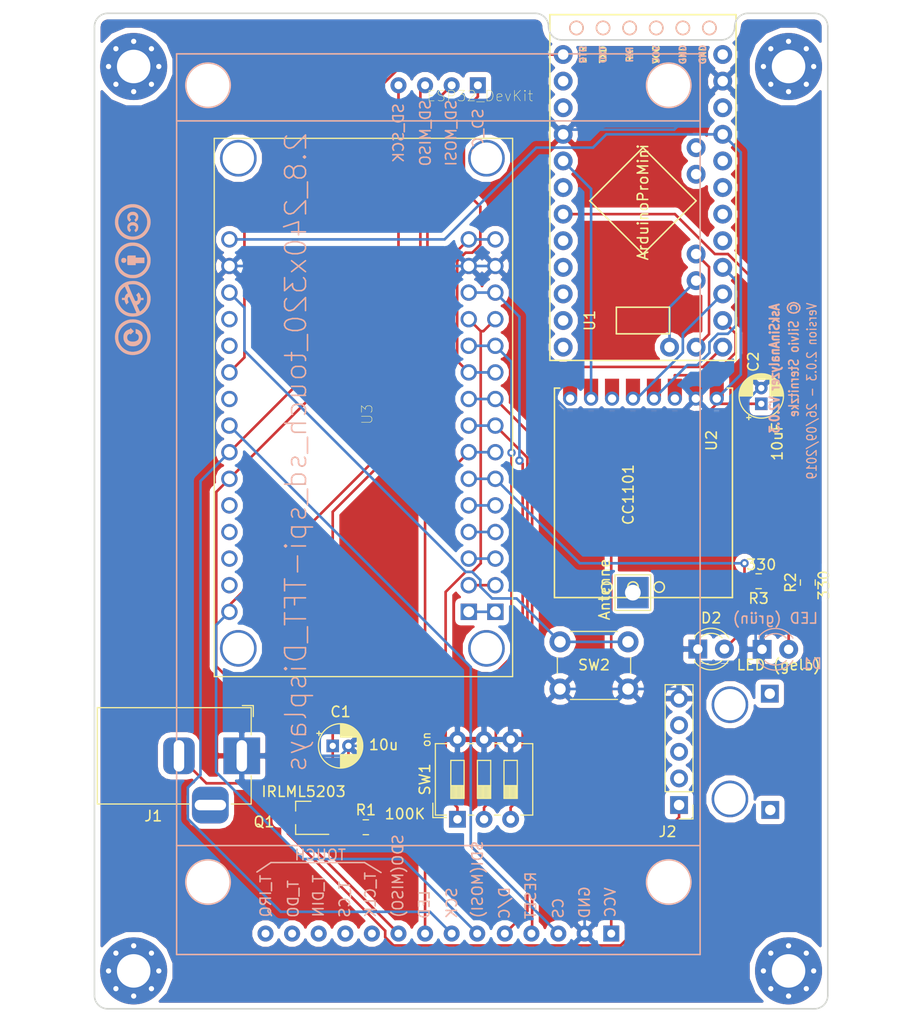
<source format=kicad_pcb>
(kicad_pcb (version 20171130) (host pcbnew "(5.0.2)-1")
  (title_block (title AskSinAnalyzer) (date 2019-09-13) (rev V2.0.1) (comment 1 "© Silvio Sternitzke") (comment 3 https://github.com/jp112sdl/AskSinAnalyzer) (comment 4 "nach Vorlage von jp112sdl"))
  (layers (0 F.Cu signal) (31 B.Cu signal) (34 B.Paste user) (35 F.Paste user) (36 B.SilkS user) (37 F.SilkS user) (38 B.Mask user) (39 F.Mask user) (44 Edge.Cuts user))
  (net 0 "")
  (net 1 +3V3)
  (net 2 GND)
  (net 3 "Net-(D1-Pad2)")
  (net 4 /MOSI)
  (net 5 /MISO)
  (net 6 "Net-(U1-Pad28)")
  (net 7 "Net-(U1-Pad27)")
  (net 8 /SS)
  (net 9 /D2)
  (net 10 +5V)
  (net 11 "Net-(U1-Pad10)")
  (net 12 "Net-(U1-Pad18)")
  (net 13 "Net-(U1-Pad25)")
  (net 14 "Net-(U1-Pad26)")
  (net 15 "Net-(D2-Pad2)")
  (net 16 "Net-(J1-Pad2)")
  (net 17 "Net-(Q1-Pad1)")
  (net 18 "Net-(R2-Pad1)")
  (net 19 "Net-(R3-Pad2)")
  (net 20 /SW1_1)
  (net 21 /SW1_2)
  (net 22 /SW1_3)
  (net 23 SW2)
  (net 24 "Net-(U1-Pad5)")
  (net 25 "Net-(U1-Pad6)")
  (net 26 "Net-(U1-Pad7)")
  (net 27 "Net-(U1-Pad8)")
  (net 28 "Net-(U1-Pad12)")
  (net 29 /TXD)
  (net 30 "Net-(U1-Pad14)")
  (net 31 "Net-(U1-Pad15)")
  (net 32 "Net-(U1-Pad20)")
  (net 33 "Net-(U1-Pad21)")
  (net 34 "Net-(U1-Pad22)")
  (net 35 "Net-(U1-Pad23)")
  (net 36 "Net-(U1-Pad24)")
  (net 37 "Net-(U3-Pad1)")
  (net 38 "Net-(U3-Pad2)")
  (net 39 "Net-(U3-Pad3)")
  (net 40 "Net-(U3-Pad4)")
  (net 41 "Net-(U3-Pad5)")
  (net 42 LED)
  (net 43 DC)
  (net 44 RS)
  (net 45 SD_CS)
  (net 46 "Net-(U3-Pad17)")
  (net 47 "Net-(U3-Pad18)")
  (net 48 "Net-(U3-Pad20)")
  (net 49 CS)
  (net 50 "Net-(U3-Pad24)")
  (net 51 "Net-(U3-Pad26)")
  (net 52 "Net-(U3-Pad27)")
  (net 53 "Net-(U4-Pad10)")
  (net 54 "Net-(U4-Pad11)")
  (net 55 "Net-(U4-Pad12)")
  (net 56 "Net-(U4-Pad13)")
  (net 57 "Net-(U4-Pad14)")
  (net 58 "Net-(J2-Pad2)")
  (net 59 "Net-(J2-Pad3)")
  (net 60 "Net-(J2-Pad4)")
  (net 61 /SCK)
  (net 62 D_SDA)
  (net 63 D_SDO)
  (net 64 D_SCK)
  (net 65 "Net-(U2-Pad6)")
  (module Homebrew:MODULE_ESP32-DEVKITC-32D_dual (layer F.Cu) (at 136.29 86.99 180)
    (fp_text reference U3 (at -0.05 -2.1 270) (layer F.SilkS) (effects (font (size 1.00039 1.00039) (thickness 0.05))))
    (fp_text value ESP32_DevKit (at -10.8363 28.2945 180) (layer F.SilkS) (effects (font (size 1.00105 1.00105) (thickness 0.05))))
    (pad 1 thru_hole rect (at -12.3 -20.96 180) (size 1.56 1.56) (drill 1.04) (layers *.Cu *.Mask) (net 37 "Net-(U3-Pad1)"))
    (pad 2 thru_hole circle (at -12.3 -18.42 180) (size 1.56 1.56) (drill 1.04) (layers *.Cu *.Mask) (net 38 "Net-(U3-Pad2)"))
    (pad 3 thru_hole circle (at -12.3 -15.88 180) (size 1.56 1.56) (drill 1.04) (layers *.Cu *.Mask) (net 39 "Net-(U3-Pad3)"))
    (pad 4 thru_hole circle (at -12.3 -13.34 180) (size 1.56 1.56) (drill 1.04) (layers *.Cu *.Mask) (net 40 "Net-(U3-Pad4)"))
    (pad 5 thru_hole circle (at -12.3 -10.8 180) (size 1.56 1.56) (drill 1.04) (layers *.Cu *.Mask) (net 41 "Net-(U3-Pad5)"))
    (pad 6 thru_hole circle (at -12.3 -8.26 180) (size 1.56 1.56) (drill 1.04) (layers *.Cu *.Mask) (net 19 "Net-(R3-Pad2)"))
    (pad 7 thru_hole circle (at -12.3 -5.72 180) (size 1.56 1.56) (drill 1.04) (layers *.Cu *.Mask) (net 42 LED))
    (pad 8 thru_hole circle (at -12.3 -3.18 180) (size 1.56 1.56) (drill 1.04) (layers *.Cu *.Mask) (net 43 DC))
    (pad 9 thru_hole circle (at -12.3 -0.64 180) (size 1.56 1.56) (drill 1.04) (layers *.Cu *.Mask) (net 44 RS))
    (pad 10 thru_hole circle (at -12.3 1.9 180) (size 1.56 1.56) (drill 1.04) (layers *.Cu *.Mask) (net 45 SD_CS))
    (pad 11 thru_hole circle (at -12.3 4.44 180) (size 1.56 1.56) (drill 1.04) (layers *.Cu *.Mask) (net 21 /SW1_2))
    (pad 12 thru_hole circle (at -12.3 6.98 180) (size 1.56 1.56) (drill 1.04) (layers *.Cu *.Mask) (net 20 /SW1_1))
    (pad 13 thru_hole circle (at -12.3 9.52 180) (size 1.56 1.56) (drill 1.04) (layers *.Cu *.Mask) (net 22 /SW1_3))
    (pad 14 thru_hole circle (at -12.3 12.06 180) (size 1.56 1.56) (drill 1.04) (layers *.Cu *.Mask) (net 2 GND))
    (pad 15 thru_hole circle (at -12.3 14.6 180) (size 1.56 1.56) (drill 1.04) (layers *.Cu *.Mask) (net 10 +5V))
    (pad 16 thru_hole circle (at 13.1 -20.96 180) (size 1.56 1.56) (drill 1.04) (layers *.Cu *.Mask) (net 62 D_SDA))
    (pad 17 thru_hole circle (at 13.1 -18.42 180) (size 1.56 1.56) (drill 1.04) (layers *.Cu *.Mask) (net 46 "Net-(U3-Pad17)"))
    (pad 18 thru_hole circle (at 13.1 -15.88 180) (size 1.56 1.56) (drill 1.04) (layers *.Cu *.Mask) (net 47 "Net-(U3-Pad18)"))
    (pad 19 thru_hole circle (at 13.1 -13.34 180) (size 1.56 1.56) (drill 1.04) (layers *.Cu *.Mask))
    (pad 20 thru_hole circle (at 13.1 -10.8 180) (size 1.56 1.56) (drill 1.04) (layers *.Cu *.Mask) (net 48 "Net-(U3-Pad20)"))
    (pad 21 thru_hole circle (at 13.1 -8.26 180) (size 1.56 1.56) (drill 1.04) (layers *.Cu *.Mask) (net 63 D_SDO))
    (pad 22 thru_hole circle (at 13.1 -5.72 180) (size 1.56 1.56) (drill 1.04) (layers *.Cu *.Mask) (net 64 D_SCK))
    (pad 23 thru_hole circle (at 13.1 -3.18 180) (size 1.56 1.56) (drill 1.04) (layers *.Cu *.Mask) (net 49 CS))
    (pad 24 thru_hole circle (at 13.1 -0.64 180) (size 1.56 1.56) (drill 1.04) (layers *.Cu *.Mask) (net 50 "Net-(U3-Pad24)"))
    (pad 25 thru_hole circle (at 13.1 1.9 180) (size 1.56 1.56) (drill 1.04) (layers *.Cu *.Mask) (net 29 /TXD))
    (pad 26 thru_hole circle (at 13.1 4.44 180) (size 1.56 1.56) (drill 1.04) (layers *.Cu *.Mask) (net 51 "Net-(U3-Pad26)"))
    (pad 27 thru_hole circle (at 13.1 6.98 180) (size 1.56 1.56) (drill 1.04) (layers *.Cu *.Mask) (net 52 "Net-(U3-Pad27)"))
    (pad 28 thru_hole circle (at 13.1 9.52 180) (size 1.56 1.56) (drill 1.04) (layers *.Cu *.Mask) (net 23 SW2))
    (pad 29 thru_hole circle (at 13.1 12.06 180) (size 1.56 1.56) (drill 1.04) (layers *.Cu *.Mask) (net 2 GND))
    (pad 30 thru_hole circle (at 13.1 14.6 180) (size 1.56 1.56) (drill 1.04) (layers *.Cu *.Mask) (net 1 +3V3))
    (pad 1 thru_hole rect (at -9.76 -20.96 180) (size 1.56 1.56) (drill 1.04) (layers *.Cu *.Mask) (net 37 "Net-(U3-Pad1)"))
    (pad 2 thru_hole circle (at -9.76 -18.42 180) (size 1.56 1.56) (drill 1.04) (layers *.Cu *.Mask) (net 38 "Net-(U3-Pad2)"))
    (pad 3 thru_hole circle (at -9.76 -15.88 180) (size 1.56 1.56) (drill 1.04) (layers *.Cu *.Mask) (net 39 "Net-(U3-Pad3)"))
    (pad 4 thru_hole circle (at -9.76 -13.34 180) (size 1.56 1.56) (drill 1.04) (layers *.Cu *.Mask) (net 40 "Net-(U3-Pad4)"))
    (pad 5 thru_hole circle (at -9.76 -10.8 180) (size 1.56 1.56) (drill 1.04) (layers *.Cu *.Mask) (net 41 "Net-(U3-Pad5)"))
    (pad 6 thru_hole circle (at -9.76 -8.26 180) (size 1.56 1.56) (drill 1.04) (layers *.Cu *.Mask) (net 19 "Net-(R3-Pad2)"))
    (pad 7 thru_hole circle (at -9.76 -5.72 180) (size 1.56 1.56) (drill 1.04) (layers *.Cu *.Mask) (net 42 LED))
    (pad 8 thru_hole circle (at -9.76 -3.18 180) (size 1.56 1.56) (drill 1.04) (layers *.Cu *.Mask) (net 43 DC))
    (pad 9 thru_hole circle (at -9.76 -0.64 180) (size 1.56 1.56) (drill 1.04) (layers *.Cu *.Mask) (net 44 RS))
    (pad 10 thru_hole circle (at -9.76 1.9 180) (size 1.56 1.56) (drill 1.04) (layers *.Cu *.Mask) (net 45 SD_CS))
    (pad 11 thru_hole circle (at -9.76 4.44 180) (size 1.56 1.56) (drill 1.04) (layers *.Cu *.Mask) (net 21 /SW1_2))
    (pad 12 thru_hole circle (at -9.76 6.98 180) (size 1.56 1.56) (drill 1.04) (layers *.Cu *.Mask) (net 20 /SW1_1))
    (pad 13 thru_hole circle (at -9.76 9.52 180) (size 1.56 1.56) (drill 1.04) (layers *.Cu *.Mask) (net 22 /SW1_3))
    (pad 14 thru_hole circle (at -9.76 12.06 180) (size 1.56 1.56) (drill 1.04) (layers *.Cu *.Mask) (net 2 GND))
    (pad 15 thru_hole circle (at -9.76 14.6 180) (size 1.56 1.56) (drill 1.04) (layers *.Cu *.Mask) (net 10 +5V))
    (pad "" thru_hole circle (at -11.45 -24.45 180) (size 3.5 3.5) (drill 3) (layers *.Cu *.Mask))
    (pad "" thru_hole circle (at -11.45 22.35 180) (size 3.5 3.5) (drill 3) (layers *.Cu *.Mask))
    (pad "" thru_hole circle (at 12.25 -24.45 180) (size 3.5 3.5) (drill 3) (layers *.Cu *.Mask))
    (pad "" thru_hole circle (at 12.25 22.35 180) (size 3.5 3.5) (drill 3) (layers *.Cu *.Mask))
  )
  (module MountingHole:MountingHole_3.2mm_M3_Pad_Via (layer F.Cu) (at 176.594 55.88)
    (fp_text reference REF02 hide)
    (fp_text value MountingHole_3.2mm_M3_Pad_Via hide)
    (pad 1 thru_hole circle (at 1.697056 -1.697056) (size 0.8 0.8) (drill 0.5) (layers *.Cu *.Mask))
    (pad 1 thru_hole circle (at 0 -2.4) (size 0.8 0.8) (drill 0.5) (layers *.Cu *.Mask))
    (pad 1 thru_hole circle (at -1.697056 -1.697056) (size 0.8 0.8) (drill 0.5) (layers *.Cu *.Mask))
    (pad 1 thru_hole circle (at -2.4 0) (size 0.8 0.8) (drill 0.5) (layers *.Cu *.Mask))
    (pad 1 thru_hole circle (at -1.697056 1.697056) (size 0.8 0.8) (drill 0.5) (layers *.Cu *.Mask))
    (pad 1 thru_hole circle (at 0 2.4) (size 0.8 0.8) (drill 0.5) (layers *.Cu *.Mask))
    (pad 1 thru_hole circle (at 1.697056 1.697056) (size 0.8 0.8) (drill 0.5) (layers *.Cu *.Mask))
    (pad 1 thru_hole circle (at 2.4 0) (size 0.8 0.8) (drill 0.5) (layers *.Cu *.Mask))
    (pad 1 thru_hole circle (at 0 0) (size 6.4 6.4) (drill 3.2) (layers *.Cu *.Mask))
  )
  (module MountingHole:MountingHole_3.2mm_M3_Pad_Via (layer F.Cu) (at 114.046 55.88)
    (fp_text reference REF01 hide)
    (fp_text value MountingHole_3.2mm_M3_Pad_Via hide)
    (pad 1 thru_hole circle (at 1.697056 -1.697056) (size 0.8 0.8) (drill 0.5) (layers *.Cu *.Mask))
    (pad 1 thru_hole circle (at 0 -2.4) (size 0.8 0.8) (drill 0.5) (layers *.Cu *.Mask))
    (pad 1 thru_hole circle (at -1.697056 -1.697056) (size 0.8 0.8) (drill 0.5) (layers *.Cu *.Mask))
    (pad 1 thru_hole circle (at -2.4 0) (size 0.8 0.8) (drill 0.5) (layers *.Cu *.Mask))
    (pad 1 thru_hole circle (at -1.697056 1.697056) (size 0.8 0.8) (drill 0.5) (layers *.Cu *.Mask))
    (pad 1 thru_hole circle (at 0 2.4) (size 0.8 0.8) (drill 0.5) (layers *.Cu *.Mask))
    (pad 1 thru_hole circle (at 1.697056 1.697056) (size 0.8 0.8) (drill 0.5) (layers *.Cu *.Mask))
    (pad 1 thru_hole circle (at 2.4 0) (size 0.8 0.8) (drill 0.5) (layers *.Cu *.Mask))
    (pad 1 thru_hole circle (at 0 0) (size 6.4 6.4) (drill 3.2) (layers *.Cu *.Mask))
  )
  (module MountingHole:MountingHole_3.2mm_M3_Pad_Via (layer F.Cu) (at 114.046 142.24)
    (fp_text reference REF03 hide)
    (fp_text value MountingHole_3.2mm_M3_Pad_Via)
    (pad 1 thru_hole circle (at 1.697056 -1.697056) (size 0.8 0.8) (drill 0.5) (layers *.Cu *.Mask))
    (pad 1 thru_hole circle (at 0 -2.4) (size 0.8 0.8) (drill 0.5) (layers *.Cu *.Mask))
    (pad 1 thru_hole circle (at -1.697056 -1.697056) (size 0.8 0.8) (drill 0.5) (layers *.Cu *.Mask))
    (pad 1 thru_hole circle (at -2.4 0) (size 0.8 0.8) (drill 0.5) (layers *.Cu *.Mask))
    (pad 1 thru_hole circle (at -1.697056 1.697056) (size 0.8 0.8) (drill 0.5) (layers *.Cu *.Mask))
    (pad 1 thru_hole circle (at 0 2.4) (size 0.8 0.8) (drill 0.5) (layers *.Cu *.Mask))
    (pad 1 thru_hole circle (at 1.697056 1.697056) (size 0.8 0.8) (drill 0.5) (layers *.Cu *.Mask))
    (pad 1 thru_hole circle (at 2.4 0) (size 0.8 0.8) (drill 0.5) (layers *.Cu *.Mask))
    (pad 1 thru_hole circle (at 0 0) (size 6.4 6.4) (drill 3.2) (layers *.Cu *.Mask))
  )
  (module MountingHole:MountingHole_3.2mm_M3_Pad_Via (layer F.Cu) (at 176.594 142.24)
    (fp_text reference REF04 hide)
    (fp_text value MountingHole_3.2mm_M3_Pad_Via)
    (pad 1 thru_hole circle (at 1.697056 -1.697056) (size 0.8 0.8) (drill 0.5) (layers *.Cu *.Mask))
    (pad 1 thru_hole circle (at 0 -2.4) (size 0.8 0.8) (drill 0.5) (layers *.Cu *.Mask))
    (pad 1 thru_hole circle (at -1.697056 -1.697056) (size 0.8 0.8) (drill 0.5) (layers *.Cu *.Mask))
    (pad 1 thru_hole circle (at -2.4 0) (size 0.8 0.8) (drill 0.5) (layers *.Cu *.Mask))
    (pad 1 thru_hole circle (at -1.697056 1.697056) (size 0.8 0.8) (drill 0.5) (layers *.Cu *.Mask))
    (pad 1 thru_hole circle (at 0 2.4) (size 0.8 0.8) (drill 0.5) (layers *.Cu *.Mask))
    (pad 1 thru_hole circle (at 1.697056 1.697056) (size 0.8 0.8) (drill 0.5) (layers *.Cu *.Mask))
    (pad 1 thru_hole circle (at 2.4 0) (size 0.8 0.8) (drill 0.5) (layers *.Cu *.Mask))
    (pad 1 thru_hole circle (at 0 0) (size 6.4 6.4) (drill 3.2) (layers *.Cu *.Mask))
  )
  (module Homebrew:CC-BY-ND-SA (layer B.Cu) (at 113.9444 76.2127 270)
    (fp_text reference G*** hide)
    (fp_text value LOGO hide)
  )
  (module Homebrew:Copyrigth (layer F.Cu) (at 181.2544 88.0999)
    (fp_text reference Copy hide)
    (fp_text value "Version 2.0.3 - 26/09/2019" (at -2.4384 -1.2319 90) (layer B.SilkS) (effects (font (size 0.9 0.75) (thickness 0.12)) (justify mirror)))
    (fp_text user "© Silvio Sternitzke" (at -4.1529 -4.2799 90) (layer B.SilkS) (effects (font (size 0.9 0.75)) (justify mirror)))
  )
  (module TestPoint:TestPoint_THTPad_3.0x3.0mm_Drill1.5mm (layer F.Cu) (at 161.722 106.121)
    (fp_text reference Antenne (at -2.7051 -0.3048 90) (layer F.SilkS))
    (fp_text value TestPoint_THTPad_3.0x3.0mm_Drill1.5mm hide)
    (pad 1 thru_hole rect (at 0 0) (size 3 3) (drill 1.5) (layers *.Cu *.Mask))
  )
  (module Capacitor_THT:CP_Radial_D4.0mm_P1.50mm (layer F.Cu) (at 133.058 120.752)
    (fp_text reference C1 (at 0.75 -3.25) (layer F.SilkS))
    (fp_text value 10u (at 4.864 -0.102) (layer F.SilkS))
    (pad 1 thru_hole rect (at 0 0) (size 1.2 1.2) (drill 0.6) (layers *.Cu *.Mask) (net 10 +5V))
    (pad 2 thru_hole circle (at 1.5 0) (size 1.2 1.2) (drill 0.6) (layers *.Cu *.Mask) (net 2 GND))
  )
  (module Capacitor_THT:CP_Radial_D4.0mm_P1.50mm (layer F.Cu) (at 173.99 88.0872 90)
    (fp_text reference C2 (at 4.0132 -0.762 90) (layer F.SilkS))
    (fp_text value 10uF (at -3.6068 1.524 90) (layer F.SilkS))
    (pad 2 thru_hole circle (at 1.5 0 90) (size 1.2 1.2) (drill 0.6) (layers *.Cu *.Mask) (net 2 GND))
    (pad 1 thru_hole rect (at 0 0 90) (size 1.2 1.2) (drill 0.6) (layers *.Cu *.Mask) (net 1 +3V3))
  )
  (module LED_THT:LED_D3.0mm (layer B.Cu) (at 174.066 111.531)
    (fp_text reference D1 (at 4.75 1.372) (layer B.SilkS) (effects (justify mirror)))
    (fp_text value "LED (grün)" (at 1.27 -2.96) (layer B.SilkS) (effects (justify mirror)))
    (pad 1 thru_hole rect (at 0 0) (size 1.8 1.8) (drill 0.9) (layers *.Cu *.Mask) (net 2 GND))
    (pad 2 thru_hole circle (at 2.54 0) (size 1.8 1.8) (drill 0.9) (layers *.Cu *.Mask) (net 3 "Net-(D1-Pad2)"))
  )
  (module LED_THT:LED_D3.0mm (layer F.Cu) (at 167.932 111.506)
    (fp_text reference D2 (at 1.27 -2.96) (layer F.SilkS))
    (fp_text value "LED (gelb)" (at 7.709 1.524) (layer F.SilkS))
    (pad 2 thru_hole circle (at 2.54 0) (size 1.8 1.8) (drill 0.9) (layers *.Cu *.Mask) (net 15 "Net-(D2-Pad2)"))
    (pad 1 thru_hole rect (at 0 0) (size 1.8 1.8) (drill 0.9) (layers *.Cu *.Mask) (net 2 GND))
  )
  (module Connector_BarrelJack:BarrelJack_Horizontal (layer F.Cu) (at 124.371 121.704)
    (fp_text reference J1 (at -8.45 5.75) (layer F.SilkS))
    (fp_text value Conn_01x02 hide)
    (pad 1 thru_hole rect (at 0 0) (size 3.5 3.5) (drill oval 1 3) (layers *.Cu *.Mask) (net 2 GND))
    (pad 2 thru_hole roundrect (at -6 0) (size 3 3.5) (drill oval 1 3) (layers *.Cu *.Mask) (net 16 "Net-(J1-Pad2)"))
    (pad 3 thru_hole roundrect (at -3 4.7) (size 3.5 3.5) (drill oval 3 1) (layers *.Cu *.Mask))
  )
  (module Package_TO_SOT_SMD:SOT-23_Handsoldering (layer F.Cu) (at 130.277 127.622 180)
    (fp_text reference Q1 (at 3.785 -0.394 180) (layer F.SilkS))
    (fp_text value IRLML5203 (at 0 2.5 180) (layer F.SilkS))
    (pad 1 smd rect (at -1.5 -0.95 180) (size 1.9 0.8) (layers F.Cu F.Paste F.Mask) (net 17 "Net-(Q1-Pad1)"))
    (pad 2 smd rect (at -1.5 0.95 180) (size 1.9 0.8) (layers F.Cu F.Paste F.Mask) (net 10 +5V))
    (pad 3 smd rect (at 1.5 0 180) (size 1.9 0.8) (layers F.Cu F.Paste F.Mask) (net 16 "Net-(J1-Pad2)"))
  )
  (module Resistor_SMD:R_0805_2012Metric_Pad1.15x1.40mm_HandSolder (layer F.Cu) (at 136.22 128.524)
    (fp_text reference R1 (at 0 -1.65) (layer F.SilkS))
    (fp_text value 100K (at 3.734 -1.27) (layer F.SilkS))
    (pad 1 smd roundrect (at -1.025 0) (size 1.15 1.4) (layers F.Cu F.Paste F.Mask) (roundrect_rratio 0.217391) (net 17 "Net-(Q1-Pad1)"))
    (pad 2 smd roundrect (at 1.025 0) (size 1.15 1.4) (layers F.Cu F.Paste F.Mask) (roundrect_rratio 0.217391) (net 2 GND))
  )
  (module Resistor_SMD:R_0805_2012Metric_Pad1.15x1.40mm_HandSolder (layer F.Cu) (at 178.435 105.156 270)
    (fp_text reference R2 (at 0 1.651 270) (layer F.SilkS))
    (fp_text value 330 (at 0.254 -1.524 270) (layer F.SilkS))
    (pad 2 smd roundrect (at 1.025 0 270) (size 1.15 1.4) (layers F.Cu F.Paste F.Mask) (roundrect_rratio 0.217391) (net 3 "Net-(D1-Pad2)"))
    (pad 1 smd roundrect (at -1.025 0 270) (size 1.15 1.4) (layers F.Cu F.Paste F.Mask) (roundrect_rratio 0.217391) (net 18 "Net-(R2-Pad1)"))
  )
  (module Resistor_SMD:R_0805_2012Metric_Pad1.15x1.40mm_HandSolder (layer F.Cu) (at 173.736 105.029 180)
    (fp_text reference R3 (at 0 -1.65 180) (layer F.SilkS))
    (fp_text value 330 (at -0.254 1.575 180) (layer F.SilkS))
    (pad 1 smd roundrect (at -1.025 0 180) (size 1.15 1.4) (layers F.Cu F.Paste F.Mask) (roundrect_rratio 0.217391) (net 15 "Net-(D2-Pad2)"))
    (pad 2 smd roundrect (at 1.025 0 180) (size 1.15 1.4) (layers F.Cu F.Paste F.Mask) (roundrect_rratio 0.217391) (net 19 "Net-(R3-Pad2)"))
  )
  (module Button_Switch_THT:SW_DIP_SPSTx03_Slide_6.7x9.18mm_W7.62mm_P2.54mm_LowProfile (layer F.Cu) (at 144.97 127.762 90)
    (fp_text reference SW1 (at 3.81 -3.11 90) (layer F.SilkS))
    (fp_text value SW_DIP_x03 hide)
    (fp_text user on (at 7.62 -2.984 90) (layer F.SilkS) (effects (font (size 0.8 0.8) (thickness 0.12))))
    (pad 1 thru_hole rect (at 0 0 90) (size 1.6 1.6) (drill 0.8) (layers *.Cu *.Mask) (net 20 /SW1_1))
    (pad 4 thru_hole oval (at 7.62 5.08 90) (size 1.6 1.6) (drill 0.8) (layers *.Cu *.Mask) (net 2 GND))
    (pad 2 thru_hole oval (at 0 2.54 90) (size 1.6 1.6) (drill 0.8) (layers *.Cu *.Mask) (net 21 /SW1_2))
    (pad 5 thru_hole oval (at 7.62 2.54 90) (size 1.6 1.6) (drill 0.8) (layers *.Cu *.Mask) (net 2 GND))
    (pad 3 thru_hole oval (at 0 5.08 90) (size 1.6 1.6) (drill 0.8) (layers *.Cu *.Mask) (net 22 /SW1_3))
    (pad 6 thru_hole oval (at 7.62 0 90) (size 1.6 1.6) (drill 0.8) (layers *.Cu *.Mask) (net 2 GND))
  )
  (module Button_Switch_THT:SW_PUSH_6mm_H5mm (layer F.Cu) (at 154.762 110.82)
    (fp_text reference SW2 (at 3.25 2.21) (layer F.SilkS))
    (fp_text value SW_DIP_x01 hide)
    (pad 2 thru_hole circle (at 0 4.5 90) (size 2 2) (drill 1.1) (layers *.Cu *.Mask) (net 2 GND))
    (pad 1 thru_hole circle (at 0 0 90) (size 2 2) (drill 1.1) (layers *.Cu *.Mask) (net 23 SW2))
    (pad 2 thru_hole circle (at 6.5 4.5 90) (size 2 2) (drill 1.1) (layers *.Cu *.Mask) (net 2 GND))
    (pad 1 thru_hole circle (at 6.5 0 90) (size 2 2) (drill 1.1) (layers *.Cu *.Mask) (net 23 SW2))
  )
  (module Homebrew:ArduinoProMini (layer F.Cu) (at 171.577 83.947 90)
    (fp_text reference U1 (at 3.81 -13.97 90) (layer F.SilkS))
    (fp_text value ArduinoProMini (at 15.113 -8.89 90) (layer F.SilkS))
    (fp_text user GND (at 29.21 -3.175 90) (layer B.SilkS) (effects (font (size 0.6 0.6)) (justify mirror)))
    (fp_text user GND (at 29.21 -5.08 90) (layer B.SilkS) (effects (font (size 0.6 0.6)) (justify mirror)))
    (fp_text user VCC (at 29.21 -7.62 90) (layer F.SilkS) (effects (font (size 0.6 0.6))))
    (fp_text user RXI (at 29.21 -10.16 90) (layer F.SilkS) (effects (font (size 0.6 0.6))))
    (fp_text user TXD (at 29.21 -12.7 90) (layer F.SilkS) (effects (font (size 0.6 0.6))))
    (fp_text user DTR (at 29.21 -14.605 90) (layer F.SilkS) (effects (font (size 0.6 0.6))))
    (fp_text user GND (at 29.21 -3.175 90) (layer F.SilkS) (effects (font (size 0.6 0.6))))
    (fp_text user GND (at 29.21 -5.08 90) (layer F.SilkS) (effects (font (size 0.6 0.6))))
    (fp_text user VCC (at 29.21 -7.62 90) (layer B.SilkS) (effects (font (size 0.6 0.6)) (justify mirror)))
    (fp_text user RXI (at 29.21 -10.16 90) (layer B.SilkS) (effects (font (size 0.6 0.6)) (justify mirror)))
    (fp_text user TXD (at 29.21 -12.7 90) (layer B.SilkS) (effects (font (size 0.6 0.6)) (justify mirror)))
    (fp_text user DTR (at 29.21 -14.605 90) (layer B.SilkS) (effects (font (size 0.6 0.6)) (justify mirror)))
    (pad 28 thru_hole circle (at 10.16 -3.81 90) (size 1.8 1.8) (drill 1) (layers *.Cu *.Mask) (net 6 "Net-(U1-Pad28)"))
    (pad 27 thru_hole circle (at 7.62 -3.81 90) (size 1.8 1.8) (drill 1) (layers *.Cu *.Mask) (net 7 "Net-(U1-Pad27)"))
    (pad 27 thru_hole circle (at 1.27 -6.35 90) (size 1.8 1.8) (drill 1) (layers *.Cu *.Mask) (net 7 "Net-(U1-Pad27)"))
    (pad 28 thru_hole circle (at 1.27 -3.81 90) (size 1.8 1.8) (drill 1) (layers *.Cu *.Mask) (net 6 "Net-(U1-Pad28)"))
    (pad 1 thru_hole circle (at 1.27 -1.27 90) (size 1.8 1.8) (drill 1) (layers *.Cu *.Mask) (net 8 /SS))
    (pad 2 thru_hole circle (at 3.81 -1.27 90) (size 1.8 1.8) (drill 1) (layers *.Cu *.Mask) (net 4 /MOSI))
    (pad 3 thru_hole circle (at 6.35 -1.27 90) (size 1.8 1.8) (drill 1) (layers *.Cu *.Mask) (net 5 /MISO))
    (pad 4 thru_hole circle (at 8.89 -1.27 90) (size 1.8 1.8) (drill 1) (layers *.Cu *.Mask) (net 61 /SCK))
    (pad 5 thru_hole circle (at 11.43 -1.27 90) (size 1.8 1.8) (drill 1) (layers *.Cu *.Mask) (net 24 "Net-(U1-Pad5)"))
    (pad 6 thru_hole circle (at 13.97 -1.27 90) (size 1.8 1.8) (drill 1) (layers *.Cu *.Mask) (net 25 "Net-(U1-Pad6)"))
    (pad 7 thru_hole circle (at 16.51 -1.27 90) (size 1.8 1.8) (drill 1) (layers *.Cu *.Mask) (net 26 "Net-(U1-Pad7)"))
    (pad 8 thru_hole circle (at 19.05 -1.27 90) (size 1.8 1.8) (drill 1) (layers *.Cu *.Mask) (net 27 "Net-(U1-Pad8)"))
    (pad 9 thru_hole circle (at 21.59 -1.27 90) (size 1.8 1.8) (drill 1) (layers *.Cu *.Mask) (net 1 +3V3))
    (pad 10 thru_hole circle (at 24.13 -1.27 90) (size 1.8 1.8) (drill 1) (layers *.Cu *.Mask) (net 11 "Net-(U1-Pad10)"))
    (pad 11 thru_hole circle (at 26.67 -1.27 90) (size 1.8 1.8) (drill 1) (layers *.Cu *.Mask) (net 2 GND))
    (pad 12 thru_hole circle (at 29.21 -1.27 90) (size 1.8 1.8) (drill 1) (layers *.Cu *.Mask) (net 28 "Net-(U1-Pad12)"))
    (pad 13 thru_hole circle (at 29.21 -16.51 90) (size 1.8 1.8) (drill 1) (layers *.Cu *.Mask) (net 29 /TXD))
    (pad 14 thru_hole circle (at 26.67 -16.51 90) (size 1.8 1.8) (drill 1) (layers *.Cu *.Mask) (net 30 "Net-(U1-Pad14)"))
    (pad 15 thru_hole circle (at 24.13 -16.51 90) (size 1.8 1.8) (drill 1) (layers *.Cu *.Mask) (net 31 "Net-(U1-Pad15)"))
    (pad 16 thru_hole circle (at 21.59 -16.51 90) (size 1.8 1.8) (drill 1) (layers *.Cu *.Mask) (net 2 GND))
    (pad 17 thru_hole circle (at 19.05 -16.51 90) (size 1.8 1.8) (drill 1) (layers *.Cu *.Mask) (net 9 /D2))
    (pad 18 thru_hole circle (at 16.51 -16.51 90) (size 1.8 1.8) (drill 1) (layers *.Cu *.Mask) (net 12 "Net-(U1-Pad18)"))
    (pad 19 thru_hole circle (at 13.97 -16.51 90) (size 1.8 1.8) (drill 1) (layers *.Cu *.Mask) (net 18 "Net-(R2-Pad1)"))
    (pad 20 thru_hole circle (at 11.43 -16.51 90) (size 1.8 1.8) (drill 1) (layers *.Cu *.Mask) (net 32 "Net-(U1-Pad20)"))
    (pad 21 thru_hole circle (at 8.89 -16.51 90) (size 1.8 1.8) (drill 1) (layers *.Cu *.Mask) (net 33 "Net-(U1-Pad21)"))
    (pad 22 thru_hole circle (at 6.35 -16.51 90) (size 1.8 1.8) (drill 1) (layers *.Cu *.Mask) (net 34 "Net-(U1-Pad22)"))
    (pad 23 thru_hole circle (at 3.81 -16.51 90) (size 1.8 1.8) (drill 1) (layers *.Cu *.Mask) (net 35 "Net-(U1-Pad23)"))
    (pad 24 thru_hole circle (at 1.27 -16.51 90) (size 1.8 1.8) (drill 1) (layers *.Cu *.Mask) (net 36 "Net-(U1-Pad24)"))
    (pad 25 thru_hole circle (at 17.78 -3.81 90) (size 1.8 1.8) (drill 1) (layers *.Cu *.Mask) (net 13 "Net-(U1-Pad25)"))
    (pad 26 thru_hole circle (at 20.32 -3.81 90) (size 1.8 1.8) (drill 1) (layers *.Cu *.Mask) (net 14 "Net-(U1-Pad26)"))
  )
  (module Homebrew:CC1101 (layer F.Cu) (at 171.234 85.09 270)
    (fp_text reference U2 (at 6.5 2 270) (layer F.SilkS))
    (fp_text value CC1101 (at 11.6713 9.944 270) (layer F.SilkS))
    (pad 8 thru_hole circle (at 2.5 15.5 270) (size 1.35 1.35) (drill 0.8) (layers *.Cu *.Mask) (net 8 /SS))
    (pad 8 connect rect (at 1.5 15.5 270) (size 1.8 1.35) (layers F.Cu F.Mask) (net 8 /SS))
    (pad 1 thru_hole circle (at 2.5 1.5 270) (size 1.35 1.35) (drill 0.8) (layers *.Cu *.Mask) (net 1 +3V3))
    (pad 2 thru_hole circle (at 2.5 3.5 270) (size 1.35 1.35) (drill 0.8) (layers *.Cu *.Mask) (net 2 GND))
    (pad 3 thru_hole circle (at 2.5 5.5 270) (size 1.35 1.35) (drill 0.8) (layers *.Cu *.Mask) (net 4 /MOSI))
    (pad 4 thru_hole circle (at 2.5 7.5 270) (size 1.35 1.35) (drill 0.8) (layers *.Cu *.Mask) (net 61 /SCK))
    (pad 5 thru_hole circle (at 2.5 9.5 270) (size 1.35 1.35) (drill 0.8) (layers *.Cu *.Mask) (net 5 /MISO))
    (pad 6 thru_hole circle (at 2.5 11.5 270) (size 1.35 1.35) (drill 0.8) (layers *.Cu *.Mask) (net 65 "Net-(U2-Pad6)"))
    (pad 7 thru_hole circle (at 2.5 13.5 270) (size 1.35 1.35) (drill 0.8) (layers *.Cu *.Mask) (net 9 /D2))
    (pad 1 connect rect (at 1.5 1.5 270) (size 1.8 1.35) (layers F.Cu F.Mask) (net 1 +3V3))
    (pad 2 connect rect (at 1.5 3.5 270) (size 1.8 1.35) (layers F.Cu F.Mask) (net 2 GND))
    (pad 3 connect rect (at 1.5 5.5 270) (size 1.8 1.35) (layers F.Cu F.Mask) (net 4 /MOSI))
    (pad 4 connect rect (at 1.5 7.5 270) (size 1.8 1.35) (layers F.Cu F.Mask) (net 61 /SCK))
    (pad 5 connect rect (at 1.5 9.5 270) (size 1.8 1.35) (layers F.Cu F.Mask) (net 5 /MISO))
    (pad 6 connect rect (at 1.5 11.5 270) (size 1.8 1.35) (layers F.Cu F.Mask) (net 65 "Net-(U2-Pad6)"))
    (pad 7 connect rect (at 1.5 13.5 270) (size 1.8 1.35) (layers F.Cu F.Mask) (net 9 /D2))
  )
  (module Homebrew:2.8_tft_240x320_touch_sd_spi (layer B.Cu) (at 168.148 54.6735 180)
    (fp_text reference U4 hide)
    (fp_text value 2.8_240x320_touch_sd_spi-TFT_Displays (at 38.608 -38.0365 90) (layer B.SilkS) (effects (font (size 2 2)) (justify mirror)))
    (fp_text user TOUCH (at 36.29 -76.49 180) (layer B.SilkS) (effects (justify mirror)))
    (fp_text user T_IRQ (at 41.49 -80.41 90) (layer B.SilkS) (effects (justify mirror)))
    (fp_text user T_DO (at 38.86 -80.69 90) (layer B.SilkS) (effects (justify mirror)))
    (fp_text user T_DIN (at 36.46 -80.41 90) (layer B.SilkS) (effects (justify mirror)))
    (fp_text user T_CS (at 33.95 -80.74 90) (layer B.SilkS) (effects (justify mirror)))
    (fp_text user T_CLK (at 31.49 -80.29 90) (layer B.SilkS) (effects (justify mirror)))
    (fp_text user "SDO(MISO)" (at 28.86 -78.51 90) (layer B.SilkS) (effects (justify mirror)))
    (fp_text user LED (at 26.35 -81.24 90) (layer B.SilkS) (effects (justify mirror)))
    (fp_text user SCK (at 23.72 -81.08 90) (layer B.SilkS) (effects (justify mirror)))
    (fp_text user "SDI(MOSI)" (at 21.26 -78.84 90) (layer B.SilkS) (effects (justify mirror)))
    (fp_text user D/C (at 18.69 -81.08 90) (layer B.SilkS) (effects (justify mirror)))
    (fp_text user RESET (at 16.18 -80.35 90) (layer B.SilkS) (effects (justify mirror)))
    (fp_text user CS (at 13.55 -81.58 90) (layer B.SilkS) (effects (justify mirror)))
    (fp_text user GND (at 11.04 -81.02 90) (layer B.SilkS) (effects (justify mirror)))
    (fp_text user VCC (at 8.58 -81.02 90) (layer B.SilkS) (effects (justify mirror)))
    (fp_text user SD_SCK (at 28.81 -7.5565 90) (layer B.SilkS) (effects (justify mirror)))
    (fp_text user SD_MISO (at 26.24 -7.5565 90) (layer B.SilkS) (effects (justify mirror)))
    (fp_text user SD_MOSI (at 23.78 -7.5565 90) (layer B.SilkS) (effects (justify mirror)))
    (fp_text user SD_CS (at 21.21 -7.5565 90) (layer B.SilkS) (effects (justify mirror)))
    (pad 1 thru_hole rect (at 8.49 -84 180) (size 1.524 1.524) (drill 0.762) (layers *.Cu *.Mask) (net 1 +3V3))
    (pad 2 thru_hole circle (at 11.03 -84 180) (size 1.524 1.524) (drill 0.762) (layers *.Cu *.Mask) (net 2 GND))
    (pad 3 thru_hole circle (at 13.54 -84 180) (size 1.524 1.524) (drill 0.762) (layers *.Cu *.Mask) (net 49 CS))
    (pad 4 thru_hole circle (at 16.11 -84 180) (size 1.524 1.524) (drill 0.762) (layers *.Cu *.Mask) (net 44 RS))
    (pad 5 thru_hole circle (at 18.65 -84 180) (size 1.524 1.524) (drill 0.762) (layers *.Cu *.Mask) (net 43 DC))
    (pad 6 thru_hole circle (at 21.29 -84 180) (size 1.524 1.524) (drill 0.762) (layers *.Cu *.Mask) (net 62 D_SDA))
    (pad 7 thru_hole circle (at 23.73 -84 180) (size 1.524 1.524) (drill 0.762) (layers *.Cu *.Mask) (net 64 D_SCK))
    (pad 8 thru_hole circle (at 26.27 -84 180) (size 1.524 1.524) (drill 0.762) (layers *.Cu *.Mask) (net 42 LED))
    (pad 9 thru_hole circle (at 28.81 -84 180) (size 1.524 1.524) (drill 0.762) (layers *.Cu *.Mask) (net 63 D_SDO))
    (pad 10 thru_hole circle (at 31.35 -84 180) (size 1.524 1.524) (drill 0.762) (layers *.Cu *.Mask) (net 53 "Net-(U4-Pad10)"))
    (pad 11 thru_hole circle (at 33.89 -84 180) (size 1.524 1.524) (drill 0.762) (layers *.Cu *.Mask) (net 54 "Net-(U4-Pad11)"))
    (pad 12 thru_hole circle (at 36.43 -84 180) (size 1.524 1.524) (drill 0.762) (layers *.Cu *.Mask) (net 55 "Net-(U4-Pad12)"))
    (pad 13 thru_hole circle (at 38.97 -84 180) (size 1.524 1.524) (drill 0.762) (layers *.Cu *.Mask) (net 56 "Net-(U4-Pad13)"))
    (pad 14 thru_hole circle (at 41.51 -84 180) (size 1.524 1.524) (drill 0.762) (layers *.Cu *.Mask) (net 57 "Net-(U4-Pad14)"))
    (pad 15 thru_hole rect (at 21.23 -3 180) (size 1.524 1.524) (drill 0.762) (layers *.Cu *.Mask) (net 45 SD_CS))
    (pad 16 thru_hole circle (at 23.73 -3 180) (size 1.524 1.524) (drill 0.762) (layers *.Cu *.Mask) (net 62 D_SDA))
    (pad 17 thru_hole circle (at 26.27 -3 180) (size 1.524 1.524) (drill 0.762) (layers *.Cu *.Mask) (net 63 D_SDO))
    (pad 18 thru_hole circle (at 28.81 -3 180) (size 1.524 1.524) (drill 0.762) (layers *.Cu *.Mask) (net 64 D_SCK))
  )
  (module MountingHole:MountingHole_3.2mm_M3 (layer F.Cu) (at 121.158 57.6834)
    (fp_text reference REF020 hide)
    (fp_text value MountingHole_3.2mm_M3 hide)
    (pad 1 np_thru_hole circle (at 0 0) (size 3.2 3.2) (drill 3.2) (layers *.Cu *.Mask))
  )
  (module MountingHole:MountingHole_3.2mm_M3 (layer F.Cu) (at 165.164 57.6834)
    (fp_text reference REF021 hide)
    (fp_text value MountingHole_3.2mm_M3 hide)
    (pad 1 np_thru_hole circle (at 0 0) (size 3.2 3.2) (drill 3.2) (layers *.Cu *.Mask))
  )
  (module MountingHole:MountingHole_3.2mm_M3 (layer F.Cu) (at 121.158 133.756)
    (fp_text reference REF022 hide)
    (fp_text value MountingHole_3.2mm_M3 hide)
    (pad 1 np_thru_hole circle (at 0 0) (size 3.2 3.2) (drill 3.2) (layers *.Cu *.Mask))
  )
  (module MountingHole:MountingHole_3.2mm_M3 (layer F.Cu) (at 165.164 133.769)
    (fp_text reference REF23 hide)
    (fp_text value MountingHole_3.2mm_M3 hide)
    (pad 1 np_thru_hole circle (at 0 0) (size 3.2 3.2) (drill 3.2) (layers *.Cu *.Mask))
  )
  (module Connector_PinHeader_2.54mm:USBMicroBoard (layer F.Cu) (at 166.497 126.619 180)
    (fp_text reference J2 (at 1.4605 -2.33 180) (layer F.SilkS))
    (fp_text value Conn_01x05 hide)
    (pad 1 thru_hole rect (at 0.36 0.22 180) (size 1.7 1.7) (drill 1) (layers *.Cu *.Mask) (net 16 "Net-(J1-Pad2)"))
    (pad 2 thru_hole oval (at 0.36 2.76 180) (size 1.7 1.7) (drill 1) (layers *.Cu *.Mask) (net 58 "Net-(J2-Pad2)"))
    (pad 3 thru_hole oval (at 0.36 5.3 180) (size 1.7 1.7) (drill 1) (layers *.Cu *.Mask) (net 59 "Net-(J2-Pad3)"))
    (pad 4 thru_hole oval (at 0.36 7.84 180) (size 1.7 1.7) (drill 1) (layers *.Cu *.Mask) (net 60 "Net-(J2-Pad4)"))
    (pad 5 thru_hole oval (at 0.36 10.38 180) (size 1.7 1.7) (drill 1) (layers *.Cu *.Mask) (net 2 GND))
    (pad "" thru_hole rect (at -8.35 -0.25 180) (size 1.7 1.7) (drill 1) (layers *.Cu *.Mask))
    (pad "" thru_hole rect (at -8.3 10.85 180) (size 1.7 1.7) (drill 1) (layers *.Cu *.Mask))
    (pad "" thru_hole circle (at -4.5 9.8 180) (size 3.5 3.5) (drill 3) (layers *.Cu *.Mask))
    (pad "" thru_hole circle (at -4.5 0.8 180) (size 3.5 3.5) (drill 3) (layers *.Cu *.Mask))
  )
  (gr_text "AskSinAnalyzer V2.0.3" (at 175.26 84.709 90) (layer B.SilkS) (effects (font (size 0.9 0.75) (thickness 0.1875)) (justify mirror)))
  (gr_line (start 172.72 50.8) (end 179.07 50.8) (layer Edge.Cuts) (width 0.15))
  (gr_arc (start 172.72 52.07) (end 172.72 50.8) (angle -90) (layer Edge.Cuts) (width 0.15))
  (gr_arc (start 152.4 52.07) (end 153.67 52.07) (angle -90) (layer Edge.Cuts) (width 0.15))
  (gr_arc (start 154.94 52.07) (end 153.67 52.07) (angle -90) (layer Edge.Cuts) (width 0.15))
  (gr_arc (start 170.18 52.07) (end 170.18 53.34) (angle -90) (layer Edge.Cuts) (width 0.15))
  (gr_line (start 154.94 53.34) (end 170.18 53.34) (layer Edge.Cuts) (width 0.15))
  (gr_arc (start 179.07 144.5895) (end 179.07 145.8595) (angle -90) (layer Edge.Cuts) (width 0.15))
  (gr_arc (start 111.5695 144.5895) (end 110.2995 144.6276) (angle -85.41923677) (layer Edge.Cuts) (width 0.15))
  (gr_arc (start 111.5695 52.07) (end 111.5695 50.8) (angle -90) (layer Edge.Cuts) (width 0.15))
  (gr_arc (start 179.07 52.07) (end 180.34 52.07) (angle -90) (layer Edge.Cuts) (width 0.15))
  (gr_line (start 152.4 50.8) (end 111.5695 50.8) (layer Edge.Cuts) (width 0.15))
  (gr_line (start 180.34 144.5895) (end 180.34 52.07) (layer Edge.Cuts) (width 0.15))
  (gr_line (start 111.506 145.8595) (end 179.0573 145.8595) (layer Edge.Cuts) (width 0.15))
  (gr_line (start 110.2995 52.07) (end 110.2995 144.6403) (layer Edge.Cuts) (width 0.15))
  (segment (start 169.734 87.59) (end 172.0325 85.2915) (width 0.25) (layer B.Cu) (net 1))
  (segment (start 172.0325 85.2915) (end 172.0325 64.0825) (width 0.25) (layer B.Cu) (net 1))
  (segment (start 172.0325 64.0825) (end 170.307 62.357) (width 0.25) (layer B.Cu) (net 1))
  (segment (start 169.734 88.0872) (end 169.734 87.59) (width 0.25) (layer F.Cu) (net 1))
  (segment (start 159.658 138.6735) (end 159.658 98.1632) (width 0.25) (layer F.Cu) (net 1))
  (segment (start 159.658 98.1632) (end 169.734 88.0872) (width 0.25) (layer F.Cu) (net 1))
  (segment (start 169.734 88.0872) (end 173.0647 88.0872) (width 0.25) (layer F.Cu) (net 1))
  (segment (start 173.99 88.0872) (end 173.0647 88.0872) (width 0.25) (layer F.Cu) (net 1))
  (segment (start 170.307 62.357) (end 159.184 62.357) (width 0.25) (layer B.Cu) (net 1))
  (segment (start 159.184 62.357) (end 157.914 63.627) (width 0.25) (layer B.Cu) (net 1))
  (segment (start 157.914 63.627) (end 152.506 63.627) (width 0.25) (layer B.Cu) (net 1))
  (segment (start 152.506 63.627) (end 143.743 72.39) (width 0.25) (layer B.Cu) (net 1))
  (segment (start 143.743 72.39) (end 123.19 72.39) (width 0.25) (layer B.Cu) (net 1))
  (segment (start 169.734 86.59) (end 169.734 87.59) (width 0.25) (layer F.Cu) (net 1))
  (segment (start 171.8995 88.6264) (end 168.7704 88.6264) (width 0.25) (layer B.Cu) (net 2))
  (segment (start 168.7704 88.6264) (end 167.734 87.59) (width 0.25) (layer B.Cu) (net 2))
  (segment (start 167.734 87.59) (end 166.6841 88.6399) (width 0.25) (layer B.Cu) (net 2))
  (segment (start 166.6841 88.6399) (end 155.3597 88.6399) (width 0.25) (layer B.Cu) (net 2))
  (segment (start 155.3597 88.6399) (end 151.8072 85.0874) (width 0.25) (layer B.Cu) (net 2))
  (segment (start 151.8072 85.0874) (end 151.8072 78.1472) (width 0.25) (layer B.Cu) (net 2))
  (segment (start 151.8072 78.1472) (end 148.59 74.93) (width 0.25) (layer B.Cu) (net 2))
  (segment (start 171.8995 88.6264) (end 171.8995 88.4881) (width 0.25) (layer B.Cu) (net 2))
  (segment (start 171.8995 88.4881) (end 173.8004 86.5872) (width 0.25) (layer B.Cu) (net 2))
  (segment (start 173.8004 86.5872) (end 173.99 86.5872) (width 0.25) (layer B.Cu) (net 2))
  (segment (start 173.4534 111.531) (end 173.4534 90.1803) (width 0.25) (layer B.Cu) (net 2))
  (segment (start 173.4534 90.1803) (end 171.8995 88.6264) (width 0.25) (layer B.Cu) (net 2))
  (segment (start 134.558 120.752) (end 134.558 120.9307) (width 0.25) (layer B.Cu) (net 2))
  (segment (start 134.558 120.9307) (end 133.7847 121.704) (width 0.25) (layer B.Cu) (net 2))
  (segment (start 133.7847 121.704) (end 124.371 121.704) (width 0.25) (layer B.Cu) (net 2))
  (segment (start 143.8447 120.142) (end 143.2347 120.752) (width 0.25) (layer B.Cu) (net 2))
  (segment (start 143.2347 120.752) (end 134.558 120.752) (width 0.25) (layer B.Cu) (net 2))
  (segment (start 173.4534 111.531) (end 172.8407 111.531) (width 0.25) (layer B.Cu) (net 2))
  (segment (start 174.066 111.531) (end 173.4534 111.531) (width 0.25) (layer B.Cu) (net 2))
  (segment (start 144.97 120.142) (end 143.8447 120.142) (width 0.25) (layer B.Cu) (net 2))
  (segment (start 166.137 115.32) (end 166.137 114.5263) (width 0.25) (layer B.Cu) (net 2))
  (segment (start 166.137 114.5263) (end 167.932 112.7313) (width 0.25) (layer B.Cu) (net 2))
  (segment (start 161.262 115.32) (end 166.137 115.32) (width 0.25) (layer B.Cu) (net 2))
  (segment (start 172.8407 111.531) (end 171.6404 112.7313) (width 0.25) (layer B.Cu) (net 2))
  (segment (start 171.6404 112.7313) (end 167.932 112.7313) (width 0.25) (layer B.Cu) (net 2))
  (segment (start 167.932 111.506) (end 167.932 112.7313) (width 0.25) (layer B.Cu) (net 2))
  (segment (start 167.734 86.59) (end 167.734 87.59) (width 0.25) (layer F.Cu) (net 2))
  (segment (start 150.05 120.142) (end 150.05 121.2673) (width 0.25) (layer B.Cu) (net 2))
  (segment (start 157.118 138.6735) (end 157.118 128.3353) (width 0.25) (layer B.Cu) (net 2))
  (segment (start 157.118 128.3353) (end 150.05 121.2673) (width 0.25) (layer B.Cu) (net 2))
  (segment (start 150.05 120.142) (end 150.05 119.0167) (width 0.25) (layer B.Cu) (net 2))
  (segment (start 150.05 120.142) (end 148.6353 120.142) (width 0.25) (layer B.Cu) (net 2))
  (segment (start 154.762 115.32) (end 151.0653 119.0167) (width 0.25) (layer B.Cu) (net 2))
  (segment (start 151.0653 119.0167) (end 150.05 119.0167) (width 0.25) (layer B.Cu) (net 2))
  (segment (start 147.51 120.142) (end 144.97 120.142) (width 0.25) (layer F.Cu) (net 2))
  (segment (start 170.307 57.277) (end 165.6773 61.9067) (width 0.25) (layer B.Cu) (net 2))
  (segment (start 165.6773 61.9067) (end 155.5173 61.9067) (width 0.25) (layer B.Cu) (net 2))
  (segment (start 155.5173 61.9067) (end 155.067 62.357) (width 0.25) (layer B.Cu) (net 2))
  (segment (start 123.19 74.93) (end 146.05 74.93) (width 0.25) (layer B.Cu) (net 2))
  (segment (start 155.067 62.357) (end 151.6802 65.7438) (width 0.25) (layer F.Cu) (net 2))
  (segment (start 151.6802 65.7438) (end 151.6802 71.8398) (width 0.25) (layer F.Cu) (net 2))
  (segment (start 151.6802 71.8398) (end 148.59 74.93) (width 0.25) (layer F.Cu) (net 2))
  (segment (start 161.262 115.32) (end 154.762 115.32) (width 0.25) (layer B.Cu) (net 2))
  (segment (start 147.51 120.142) (end 148.6353 120.142) (width 0.25) (layer B.Cu) (net 2))
  (segment (start 134.558 120.752) (end 134.558 125.837) (width 0.25) (layer F.Cu) (net 2))
  (segment (start 134.558 125.837) (end 137.245 128.524) (width 0.25) (layer F.Cu) (net 2))
  (segment (start 166.137 116.239) (end 166.137 115.32) (width 0.25) (layer B.Cu) (net 2))
  (segment (start 146.05 74.93) (end 148.59 74.93) (width 0.25) (layer B.Cu) (net 2))
  (segment (start 178.435 106.181) (end 176.606 108.01) (width 0.25) (layer F.Cu) (net 3))
  (segment (start 176.606 108.01) (end 176.606 111.531) (width 0.25) (layer F.Cu) (net 3))
  (segment (start 165.734 86.59) (end 165.734 85.3647) (width 0.25) (layer F.Cu) (net 4))
  (segment (start 165.734 85.3647) (end 169.3853 85.3647) (width 0.25) (layer F.Cu) (net 4))
  (segment (start 169.3853 85.3647) (end 171.5394 83.2106) (width 0.25) (layer F.Cu) (net 4))
  (segment (start 171.5394 83.2106) (end 171.5394 81.3694) (width 0.25) (layer F.Cu) (net 4))
  (segment (start 171.5394 81.3694) (end 170.307 80.137) (width 0.25) (layer F.Cu) (net 4))
  (segment (start 165.734 87.59) (end 165.734 86.59) (width 0.25) (layer F.Cu) (net 4))
  (segment (start 161.734 87.59) (end 162.1052 87.59) (width 0.25) (layer B.Cu) (net 5))
  (segment (start 162.1052 87.59) (end 166.497 83.1982) (width 0.25) (layer B.Cu) (net 5))
  (segment (start 166.497 83.1982) (end 166.497 81.407) (width 0.25) (layer B.Cu) (net 5))
  (segment (start 166.497 81.407) (end 170.307 77.597) (width 0.25) (layer B.Cu) (net 5))
  (segment (start 161.734 86.59) (end 161.734 87.59) (width 0.25) (layer F.Cu) (net 5))
  (segment (start 167.767 82.677) (end 168.9994 81.4446) (width 0.25) (layer F.Cu) (net 6))
  (segment (start 168.9994 81.4446) (end 168.9994 75.0194) (width 0.25) (layer F.Cu) (net 6))
  (segment (start 168.9994 75.0194) (end 167.767 73.787) (width 0.25) (layer F.Cu) (net 6))
  (segment (start 165.227 82.677) (end 165.227 78.867) (width 0.25) (layer B.Cu) (net 7))
  (segment (start 165.227 78.867) (end 167.767 76.327) (width 0.25) (layer B.Cu) (net 7))
  (segment (start 155.734 86.59) (end 155.734 85.3647) (width 0.25) (layer F.Cu) (net 8))
  (segment (start 155.734 85.3647) (end 156.5311 84.5676) (width 0.25) (layer F.Cu) (net 8))
  (segment (start 156.5311 84.5676) (end 168.4164 84.5676) (width 0.25) (layer F.Cu) (net 8))
  (segment (start 168.4164 84.5676) (end 170.307 82.677) (width 0.25) (layer F.Cu) (net 8))
  (segment (start 155.734 87.59) (end 155.734 86.59) (width 0.25) (layer F.Cu) (net 8))
  (segment (start 157.734 87.59) (end 157.734 67.564) (width 0.25) (layer B.Cu) (net 9))
  (segment (start 157.734 67.564) (end 155.067 64.897) (width 0.25) (layer B.Cu) (net 9))
  (segment (start 157.734 87.59) (end 157.734 86.59) (width 0.25) (layer F.Cu) (net 9))
  (segment (start 133.058 120.752) (end 133.058 119.8267) (width 0.25) (layer F.Cu) (net 10))
  (segment (start 133.058 119.8267) (end 133.058 98.4003) (width 0.25) (layer F.Cu) (net 10))
  (segment (start 133.058 98.4003) (end 143.9921 87.4662) (width 0.25) (layer F.Cu) (net 10))
  (segment (start 143.9921 87.4662) (end 143.9921 74.4479) (width 0.25) (layer F.Cu) (net 10))
  (segment (start 143.9921 74.4479) (end 146.05 72.39) (width 0.25) (layer F.Cu) (net 10))
  (segment (start 131.777 125.9467) (end 133.058 124.6657) (width 0.25) (layer F.Cu) (net 10))
  (segment (start 133.058 124.6657) (end 133.058 120.752) (width 0.25) (layer F.Cu) (net 10))
  (segment (start 146.05 72.39) (end 148.59 72.39) (width 0.25) (layer B.Cu) (net 10))
  (segment (start 131.777 126.672) (end 131.777 125.9467) (width 0.25) (layer F.Cu) (net 10))
  (segment (start 174.761 105.029) (end 174.761 107.217) (width 0.25) (layer F.Cu) (net 15))
  (segment (start 174.761 107.217) (end 170.472 111.506) (width 0.25) (layer F.Cu) (net 15))
  (segment (start 166.137 126.399) (end 166.137 127.5743) (width 0.25) (layer F.Cu) (net 16))
  (segment (start 166.137 127.5743) (end 162.1375 131.5738) (width 0.25) (layer F.Cu) (net 16))
  (segment (start 162.1375 131.5738) (end 162.1375 138.2249) (width 0.25) (layer F.Cu) (net 16))
  (segment (start 162.1375 138.2249) (end 160.5487 139.8137) (width 0.25) (layer F.Cu) (net 16))
  (segment (start 160.5487 139.8137) (end 138.8667 139.8137) (width 0.25) (layer F.Cu) (net 16))
  (segment (start 138.8667 139.8137) (end 138.068 139.015) (width 0.25) (layer F.Cu) (net 16))
  (segment (start 138.068 139.015) (end 138.068 138.4056) (width 0.25) (layer F.Cu) (net 16))
  (segment (start 138.068 138.4056) (end 128.777 129.1146) (width 0.25) (layer F.Cu) (net 16))
  (segment (start 128.777 129.1146) (end 128.777 127.622) (width 0.25) (layer F.Cu) (net 16))
  (segment (start 128.777 127.622) (end 128.777 126.8967) (width 0.25) (layer F.Cu) (net 16))
  (segment (start 128.777 126.8967) (end 126.2056 124.3253) (width 0.25) (layer F.Cu) (net 16))
  (segment (start 126.2056 124.3253) (end 120.9923 124.3253) (width 0.25) (layer F.Cu) (net 16))
  (segment (start 120.9923 124.3253) (end 118.371 121.704) (width 0.25) (layer F.Cu) (net 16))
  (segment (start 131.777 128.572) (end 133.0523 128.572) (width 0.25) (layer F.Cu) (net 17))
  (segment (start 135.195 128.524) (end 133.1003 128.524) (width 0.25) (layer F.Cu) (net 17))
  (segment (start 133.1003 128.524) (end 133.0523 128.572) (width 0.25) (layer F.Cu) (net 17))
  (segment (start 155.067 69.977) (end 165.7431 69.977) (width 0.25) (layer F.Cu) (net 18))
  (segment (start 165.7431 69.977) (end 169.5531 73.787) (width 0.25) (layer F.Cu) (net 18))
  (segment (start 169.5531 73.787) (end 170.8099 73.787) (width 0.25) (layer F.Cu) (net 18))
  (segment (start 170.8099 73.787) (end 178.435 81.4121) (width 0.25) (layer F.Cu) (net 18))
  (segment (start 178.435 81.4121) (end 178.435 104.131) (width 0.25) (layer F.Cu) (net 18))
  (segment (start 148.59 95.25) (end 146.05 95.25) (width 0.25) (layer B.Cu) (net 19))
  (segment (start 172.3859 103.3134) (end 156.6534 103.3134) (width 0.25) (layer B.Cu) (net 19))
  (segment (start 156.6534 103.3134) (end 148.59 95.25) (width 0.25) (layer B.Cu) (net 19))
  (segment (start 172.711 105.029) (end 172.3859 104.7039) (width 0.25) (layer F.Cu) (net 19))
  (segment (start 172.3859 104.7039) (end 172.3859 103.3134) (width 0.25) (layer F.Cu) (net 19))
  (via (at 172.3859 103.3134) (size 0.8) (layers F.Cu B.Cu) (net 19))
  (segment (start 147.1934 81.1534) (end 146.05 80.01) (width 0.25) (layer F.Cu) (net 20))
  (segment (start 144.97 126.6367) (end 143.8422 125.5089) (width 0.25) (layer F.Cu) (net 20))
  (segment (start 143.8422 125.5089) (end 143.8422 106.0503) (width 0.25) (layer F.Cu) (net 20))
  (segment (start 143.8422 106.0503) (end 145.7525 104.14) (width 0.25) (layer F.Cu) (net 20))
  (segment (start 145.7525 104.14) (end 146.3774 104.14) (width 0.25) (layer F.Cu) (net 20))
  (segment (start 146.3774 104.14) (end 147.1934 103.324) (width 0.25) (layer F.Cu) (net 20))
  (segment (start 147.1934 103.324) (end 147.1934 81.1534) (width 0.25) (layer F.Cu) (net 20))
  (segment (start 147.1934 81.1534) (end 147.4466 81.1534) (width 0.25) (layer F.Cu) (net 20))
  (segment (start 147.4466 81.1534) (end 148.59 80.01) (width 0.25) (layer F.Cu) (net 20))
  (segment (start 144.97 127.762) (end 144.97 126.6367) (width 0.25) (layer F.Cu) (net 20))
  (segment (start 147.51 126.6367) (end 148.6353 125.5114) (width 0.25) (layer F.Cu) (net 21))
  (segment (start 148.6353 125.5114) (end 148.6353 113.7684) (width 0.25) (layer F.Cu) (net 21))
  (segment (start 148.6353 113.7684) (end 150.1321 112.2716) (width 0.25) (layer F.Cu) (net 21))
  (segment (start 150.1321 112.2716) (end 150.1321 92.7609) (width 0.25) (layer F.Cu) (net 21))
  (segment (start 150.1321 92.7609) (end 150.1321 84.0921) (width 0.25) (layer B.Cu) (net 21))
  (segment (start 150.1321 84.0921) (end 148.59 82.55) (width 0.25) (layer B.Cu) (net 21))
  (segment (start 147.51 127.762) (end 147.51 126.6367) (width 0.25) (layer F.Cu) (net 21))
  (segment (start 146.05 82.55) (end 148.59 82.55) (width 0.25) (layer B.Cu) (net 21))
  (via (at 150.1321 92.7609) (size 0.8) (layers F.Cu B.Cu) (net 21))
  (segment (start 150.05 126.6367) (end 151.2004 125.4863) (width 0.25) (layer F.Cu) (net 22))
  (segment (start 151.2004 125.4863) (end 151.2004 93.8188) (width 0.25) (layer F.Cu) (net 22))
  (segment (start 151.2004 93.8188) (end 150.8915 93.5099) (width 0.25) (layer F.Cu) (net 22))
  (segment (start 150.8915 93.5099) (end 150.8915 79.7715) (width 0.25) (layer B.Cu) (net 22))
  (segment (start 150.8915 79.7715) (end 148.59 77.47) (width 0.25) (layer B.Cu) (net 22))
  (segment (start 150.05 127.762) (end 150.05 126.6367) (width 0.25) (layer F.Cu) (net 22))
  (segment (start 146.05 77.47) (end 148.59 77.47) (width 0.25) (layer B.Cu) (net 22))
  (via (at 150.8915 93.5099) (size 0.8) (layers F.Cu B.Cu) (net 22))
  (segment (start 154.762 110.82) (end 150.6167 106.6747) (width 0.25) (layer B.Cu) (net 23))
  (segment (start 150.6167 106.6747) (end 148.2772 106.6747) (width 0.25) (layer B.Cu) (net 23))
  (segment (start 148.2772 106.6747) (end 147.1554 105.5529) (width 0.25) (layer B.Cu) (net 23))
  (segment (start 147.1554 105.5529) (end 147.1554 104.9119) (width 0.25) (layer B.Cu) (net 23))
  (segment (start 147.1554 104.9119) (end 146.3835 104.14) (width 0.25) (layer B.Cu) (net 23))
  (segment (start 146.3835 104.14) (end 145.754 104.14) (width 0.25) (layer B.Cu) (net 23))
  (segment (start 145.754 104.14) (end 124.6246 83.0106) (width 0.25) (layer B.Cu) (net 23))
  (segment (start 124.6246 83.0106) (end 124.6246 78.9046) (width 0.25) (layer B.Cu) (net 23))
  (segment (start 124.6246 78.9046) (end 123.19 77.47) (width 0.25) (layer B.Cu) (net 23))
  (segment (start 161.262 110.82) (end 154.762 110.82) (width 0.25) (layer B.Cu) (net 23))
  (segment (start 155.067 54.737) (end 140.6901 54.737) (width 0.25) (layer F.Cu) (net 29))
  (segment (start 140.6901 54.737) (end 124.6246 70.8025) (width 0.25) (layer F.Cu) (net 29))
  (segment (start 124.6246 70.8025) (end 124.6246 83.6554) (width 0.25) (layer F.Cu) (net 29))
  (segment (start 124.6246 83.6554) (end 123.19 85.09) (width 0.25) (layer F.Cu) (net 29))
  (segment (start 146.05 107.95) (end 148.59 107.95) (width 0.25) (layer B.Cu) (net 37))
  (segment (start 146.05 105.41) (end 148.59 105.41) (width 0.25) (layer F.Cu) (net 38))
  (segment (start 146.05 102.87) (end 148.59 102.87) (width 0.25) (layer B.Cu) (net 39))
  (segment (start 146.05 100.33) (end 148.59 100.33) (width 0.25) (layer B.Cu) (net 40))
  (segment (start 146.05 97.79) (end 148.59 97.79) (width 0.25) (layer B.Cu) (net 41))
  (segment (start 141.878 138.6735) (end 141.878 96.882) (width 0.25) (layer F.Cu) (net 42))
  (segment (start 141.878 96.882) (end 146.05 92.71) (width 0.25) (layer F.Cu) (net 42))
  (segment (start 146.05 92.71) (end 148.59 92.71) (width 0.25) (layer B.Cu) (net 42))
  (segment (start 149.498 138.6735) (end 151.6508 136.5207) (width 0.25) (layer F.Cu) (net 43))
  (segment (start 151.6508 136.5207) (end 151.6508 93.2308) (width 0.25) (layer F.Cu) (net 43))
  (segment (start 151.6508 93.2308) (end 148.59 90.17) (width 0.25) (layer F.Cu) (net 43))
  (segment (start 146.05 90.17) (end 148.59 90.17) (width 0.25) (layer B.Cu) (net 43))
  (segment (start 152.038 138.6735) (end 152.1012 138.6103) (width 0.25) (layer F.Cu) (net 44))
  (segment (start 152.1012 138.6103) (end 152.1012 91.1412) (width 0.25) (layer F.Cu) (net 44))
  (segment (start 152.1012 91.1412) (end 148.59 87.63) (width 0.25) (layer F.Cu) (net 44))
  (segment (start 146.05 87.63) (end 148.59 87.63) (width 0.25) (layer B.Cu) (net 44))
  (segment (start 146.918 57.6735) (end 146.918 58.7608) (width 0.25) (layer F.Cu) (net 45))
  (segment (start 146.918 58.7608) (end 145.5855 60.0933) (width 0.25) (layer F.Cu) (net 45))
  (segment (start 145.5855 60.0933) (end 145.5855 67.6824) (width 0.25) (layer F.Cu) (net 45))
  (segment (start 145.5855 67.6824) (end 147.1554 69.2523) (width 0.25) (layer F.Cu) (net 45))
  (segment (start 147.1554 69.2523) (end 147.1554 72.8881) (width 0.25) (layer F.Cu) (net 45))
  (segment (start 147.1554 72.8881) (end 146.3835 73.66) (width 0.25) (layer F.Cu) (net 45))
  (segment (start 146.3835 73.66) (end 145.7491 73.66) (width 0.25) (layer F.Cu) (net 45))
  (segment (start 145.7491 73.66) (end 144.9423 74.4668) (width 0.25) (layer F.Cu) (net 45))
  (segment (start 144.9423 74.4668) (end 144.9423 83.9823) (width 0.25) (layer F.Cu) (net 45))
  (segment (start 144.9423 83.9823) (end 146.05 85.09) (width 0.25) (layer F.Cu) (net 45))
  (segment (start 146.05 85.09) (end 148.59 85.09) (width 0.25) (layer B.Cu) (net 45))
  (segment (start 154.608 138.6735) (end 146.24 130.3055) (width 0.25) (layer B.Cu) (net 49))
  (segment (start 146.24 130.3055) (end 146.24 113.22) (width 0.25) (layer B.Cu) (net 49))
  (segment (start 146.24 113.22) (end 123.19 90.17) (width 0.25) (layer B.Cu) (net 49))
  (segment (start 163.734 87.59) (end 166.9366 84.3874) (width 0.25) (layer B.Cu) (net 61))
  (segment (start 166.9366 84.3874) (end 167.88 84.3874) (width 0.25) (layer B.Cu) (net 61))
  (segment (start 167.88 84.3874) (end 169.037 83.2304) (width 0.25) (layer B.Cu) (net 61))
  (segment (start 169.037 83.2304) (end 169.037 82.2141) (width 0.25) (layer B.Cu) (net 61))
  (segment (start 169.037 82.2141) (end 169.8441 81.407) (width 0.25) (layer B.Cu) (net 61))
  (segment (start 169.8441 81.407) (end 170.7938 81.407) (width 0.25) (layer B.Cu) (net 61))
  (segment (start 170.7938 81.407) (end 171.5699 80.6309) (width 0.25) (layer B.Cu) (net 61))
  (segment (start 171.5699 80.6309) (end 171.5699 76.3199) (width 0.25) (layer B.Cu) (net 61))
  (segment (start 171.5699 76.3199) (end 170.307 75.057) (width 0.25) (layer B.Cu) (net 61))
  (segment (start 163.734 86.59) (end 163.734 87.59) (width 0.25) (layer F.Cu) (net 61))
  (segment (start 144.418 57.6735) (end 142.1031 59.9884) (width 0.25) (layer F.Cu) (net 62))
  (segment (start 142.1031 59.9884) (end 142.1031 88.4) (width 0.25) (layer F.Cu) (net 62))
  (segment (start 142.1031 88.4) (end 123.19 107.3131) (width 0.25) (layer F.Cu) (net 62))
  (segment (start 123.19 107.3131) (end 123.19 107.95) (width 0.25) (layer F.Cu) (net 62))
  (segment (start 123.19 107.95) (end 121.9175 109.2225) (width 0.25) (layer B.Cu) (net 62))
  (segment (start 121.9175 109.2225) (end 121.9175 123.2452) (width 0.25) (layer B.Cu) (net 62))
  (segment (start 121.9175 123.2452) (end 130.2327 131.5604) (width 0.25) (layer B.Cu) (net 62))
  (segment (start 130.2327 131.5604) (end 139.7449 131.5604) (width 0.25) (layer B.Cu) (net 62))
  (segment (start 139.7449 131.5604) (end 146.858 138.6735) (width 0.25) (layer B.Cu) (net 62))
  (segment (start 141.878 57.6735) (end 141.4277 58.1238) (width 0.25) (layer F.Cu) (net 63))
  (segment (start 141.4277 58.1238) (end 141.4277 77.0123) (width 0.25) (layer F.Cu) (net 63))
  (segment (start 141.4277 77.0123) (end 123.19 95.25) (width 0.25) (layer F.Cu) (net 63))
  (segment (start 123.19 95.25) (end 121.9367 96.5033) (width 0.25) (layer F.Cu) (net 63))
  (segment (start 121.9367 96.5033) (end 121.9367 113.1562) (width 0.25) (layer F.Cu) (net 63))
  (segment (start 121.9367 113.1562) (end 130.277 121.4965) (width 0.25) (layer F.Cu) (net 63))
  (segment (start 130.277 121.4965) (end 130.277 129.6125) (width 0.25) (layer F.Cu) (net 63))
  (segment (start 130.277 129.6125) (end 139.338 138.6735) (width 0.25) (layer F.Cu) (net 63))
  (segment (start 123.19 92.71) (end 120.4271 95.4729) (width 0.25) (layer B.Cu) (net 64))
  (segment (start 120.4271 95.4729) (end 120.4271 123.5219) (width 0.25) (layer B.Cu) (net 64))
  (segment (start 120.4271 123.5219) (end 119.2204 124.7286) (width 0.25) (layer B.Cu) (net 64))
  (segment (start 119.2204 124.7286) (end 119.2204 127.7204) (width 0.25) (layer B.Cu) (net 64))
  (segment (start 119.2204 127.7204) (end 128.0951 136.5951) (width 0.25) (layer B.Cu) (net 64))
  (segment (start 128.0951 136.5951) (end 142.3396 136.5951) (width 0.25) (layer B.Cu) (net 64))
  (segment (start 142.3396 136.5951) (end 144.418 138.6735) (width 0.25) (layer B.Cu) (net 64))
  (segment (start 139.338 57.6735) (end 139.338 76.562) (width 0.25) (layer F.Cu) (net 64))
  (segment (start 139.338 76.562) (end 123.19 92.71) (width 0.25) (layer F.Cu) (net 64))
  (segment (start 159.734 86.59) (end 159.734 87.59) (width 0.25) (layer F.Cu) (net 65))
  (zone (net 2) (net_name GND) (layer F.Cu) (connect_pads (clearance 0.508)) (min_thickness 0.254) (fill yes (arc_segments 16) (thermal_gap 0.508) (thermal_bridge_width 0.508))
    (polygon (pts (xy 109.22 49.53) (xy 109.22 147.32) (xy 181.61 147.32) (xy 181.61 49.53)))
  )
  (zone (net 2) (net_name GND) (layer B.Cu) (connect_pads (clearance 0.508)) (min_thickness 0.254) (fill yes (arc_segments 16) (thermal_gap 0.508) (thermal_bridge_width 0.508))
    (polygon (pts (xy 109.22 49.53) (xy 109.22 147.32) (xy 181.61 147.32) (xy 181.61 49.53)))
  )
)
</source>
